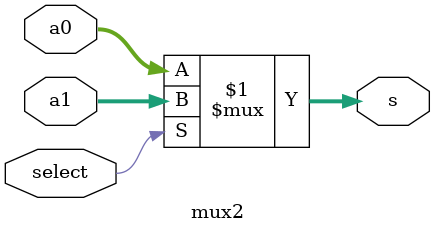
<source format=v>
module mux2 (
    a0,a1,select,s
);
parameter n = 32;
input [n-1 : 0] a0 , a1;
input  select;
output [n-1 : 0] s;

assign s = select?a1:a0;
    
endmodule
</source>
